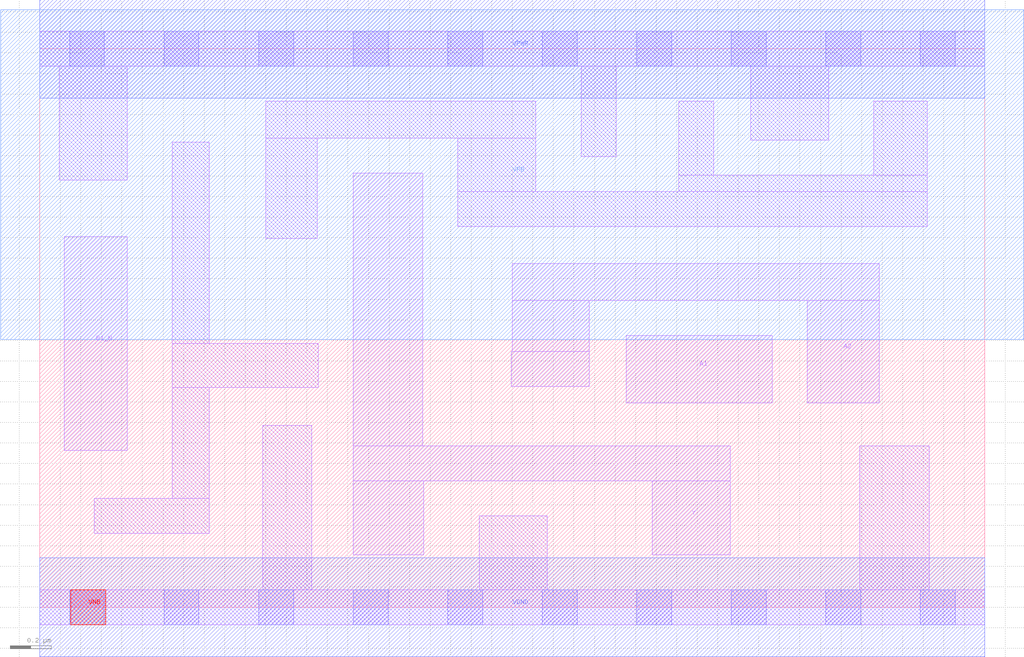
<source format=lef>
# Copyright 2020 The SkyWater PDK Authors
#
# Licensed under the Apache License, Version 2.0 (the "License");
# you may not use this file except in compliance with the License.
# You may obtain a copy of the License at
#
#     https://www.apache.org/licenses/LICENSE-2.0
#
# Unless required by applicable law or agreed to in writing, software
# distributed under the License is distributed on an "AS IS" BASIS,
# WITHOUT WARRANTIES OR CONDITIONS OF ANY KIND, either express or implied.
# See the License for the specific language governing permissions and
# limitations under the License.
#
# SPDX-License-Identifier: Apache-2.0

VERSION 5.7 ;
  NOWIREEXTENSIONATPIN ON ;
  DIVIDERCHAR "/" ;
  BUSBITCHARS "[]" ;
PROPERTYDEFINITIONS
  MACRO maskLayoutSubType STRING ;
  MACRO prCellType STRING ;
  MACRO originalViewName STRING ;
END PROPERTYDEFINITIONS
MACRO sky130_fd_sc_hdll__a21boi_2
  CLASS CORE ;
  FOREIGN sky130_fd_sc_hdll__a21boi_2 ;
  ORIGIN  0.000000  0.000000 ;
  SIZE  4.600000 BY  2.720000 ;
  SYMMETRY X Y R90 ;
  SITE unithd ;
  PIN A1
    ANTENNAGATEAREA  0.555000 ;
    DIRECTION INPUT ;
    USE SIGNAL ;
    PORT
      LAYER li1 ;
        RECT 2.855000 0.995000 3.565000 1.325000 ;
    END
  END A1
  PIN A2
    ANTENNAGATEAREA  0.555000 ;
    DIRECTION INPUT ;
    USE SIGNAL ;
    PORT
      LAYER li1 ;
        RECT 2.295000 1.075000 2.675000 1.245000 ;
        RECT 2.300000 1.245000 2.675000 1.495000 ;
        RECT 2.300000 1.495000 4.085000 1.675000 ;
        RECT 3.735000 0.995000 4.085000 1.495000 ;
    END
  END A2
  PIN B1_N
    ANTENNAGATEAREA  0.138600 ;
    DIRECTION INPUT ;
    USE SIGNAL ;
    PORT
      LAYER li1 ;
        RECT 0.120000 0.765000 0.425000 1.805000 ;
    END
  END B1_N
  PIN VNB
    PORT
      LAYER pwell ;
        RECT 0.150000 -0.085000 0.320000 0.085000 ;
    END
  END VNB
  PIN VPB
    PORT
      LAYER nwell ;
        RECT -0.190000 1.305000 4.790000 2.910000 ;
    END
  END VPB
  PIN Y
    ANTENNADIFFAREA  0.712500 ;
    DIRECTION OUTPUT ;
    USE SIGNAL ;
    PORT
      LAYER li1 ;
        RECT 1.525000 0.255000 1.870000 0.615000 ;
        RECT 1.525000 0.615000 3.360000 0.785000 ;
        RECT 1.525000 0.785000 1.865000 2.115000 ;
        RECT 2.980000 0.255000 3.360000 0.615000 ;
    END
  END Y
  PIN VGND
    DIRECTION INOUT ;
    USE GROUND ;
    PORT
      LAYER met1 ;
        RECT 0.000000 -0.240000 4.600000 0.240000 ;
    END
  END VGND
  PIN VPWR
    DIRECTION INOUT ;
    USE POWER ;
    PORT
      LAYER met1 ;
        RECT 0.000000 2.480000 4.600000 2.960000 ;
    END
  END VPWR
  OBS
    LAYER li1 ;
      RECT 0.000000 -0.085000 4.600000 0.085000 ;
      RECT 0.000000  2.635000 4.600000 2.805000 ;
      RECT 0.095000  2.080000 0.425000 2.635000 ;
      RECT 0.265000  0.360000 0.825000 0.530000 ;
      RECT 0.645000  0.530000 0.825000 1.070000 ;
      RECT 0.645000  1.070000 1.355000 1.285000 ;
      RECT 0.645000  1.285000 0.825000 2.265000 ;
      RECT 1.085000  0.085000 1.325000 0.885000 ;
      RECT 1.100000  1.795000 1.350000 2.285000 ;
      RECT 1.100000  2.285000 2.415000 2.465000 ;
      RECT 2.035000  1.855000 4.320000 2.025000 ;
      RECT 2.035000  2.025000 2.415000 2.285000 ;
      RECT 2.140000  0.085000 2.470000 0.445000 ;
      RECT 2.635000  2.195000 2.805000 2.635000 ;
      RECT 3.110000  2.025000 4.320000 2.105000 ;
      RECT 3.110000  2.105000 3.280000 2.465000 ;
      RECT 3.460000  2.275000 3.840000 2.635000 ;
      RECT 3.990000  0.085000 4.330000 0.785000 ;
      RECT 4.060000  2.105000 4.320000 2.465000 ;
    LAYER mcon ;
      RECT 0.145000 -0.085000 0.315000 0.085000 ;
      RECT 0.145000  2.635000 0.315000 2.805000 ;
      RECT 0.605000 -0.085000 0.775000 0.085000 ;
      RECT 0.605000  2.635000 0.775000 2.805000 ;
      RECT 1.065000 -0.085000 1.235000 0.085000 ;
      RECT 1.065000  2.635000 1.235000 2.805000 ;
      RECT 1.525000 -0.085000 1.695000 0.085000 ;
      RECT 1.525000  2.635000 1.695000 2.805000 ;
      RECT 1.985000 -0.085000 2.155000 0.085000 ;
      RECT 1.985000  2.635000 2.155000 2.805000 ;
      RECT 2.445000 -0.085000 2.615000 0.085000 ;
      RECT 2.445000  2.635000 2.615000 2.805000 ;
      RECT 2.905000 -0.085000 3.075000 0.085000 ;
      RECT 2.905000  2.635000 3.075000 2.805000 ;
      RECT 3.365000 -0.085000 3.535000 0.085000 ;
      RECT 3.365000  2.635000 3.535000 2.805000 ;
      RECT 3.825000 -0.085000 3.995000 0.085000 ;
      RECT 3.825000  2.635000 3.995000 2.805000 ;
      RECT 4.285000 -0.085000 4.455000 0.085000 ;
      RECT 4.285000  2.635000 4.455000 2.805000 ;
  END
  PROPERTY maskLayoutSubType "abstract" ;
  PROPERTY prCellType "standard" ;
  PROPERTY originalViewName "layout" ;
END sky130_fd_sc_hdll__a21boi_2
END LIBRARY

</source>
